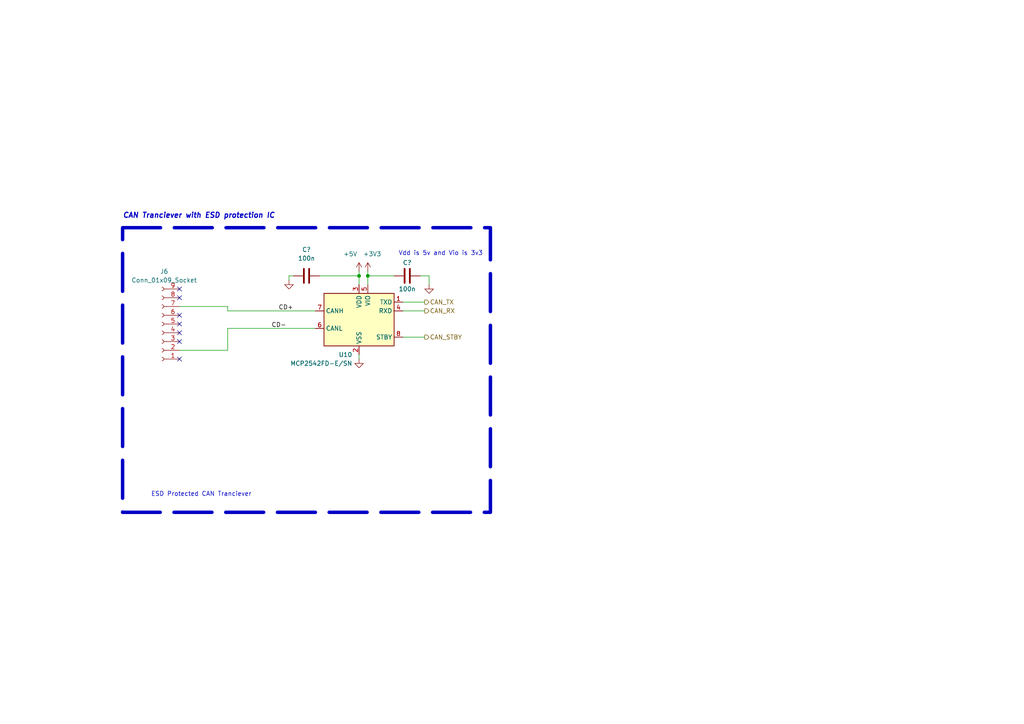
<source format=kicad_sch>
(kicad_sch (version 20230121) (generator eeschema)
  (paper "A4")
  (lib_symbols
    (symbol "Connector:Conn_01x09_Socket" (pin_names (offset 1.016) hide)
      (property "Reference" "J" (at 0 12.7 0))
      (property "Value" "Conn_01x09_Socket" (at 0 -12.7 0))
      (symbol "Conn_01x09_Socket_1_1"
        (arc (start 0 -9.652) (mid -0.5058 -10.16) (end 0 -10.668) (stroke (width 0.1524)))
        (arc (start 0 -7.112) (mid -0.5058 -7.62) (end 0 -8.128) (stroke (width 0.1524)))
        (arc (start 0 -4.572) (mid -0.5058 -5.08) (end 0 -5.588) (stroke (width 0.1524)))
        (arc (start 0 -2.032) (mid -0.5058 -2.54) (end 0 -3.048) (stroke (width 0.1524)))
        (polyline (pts (xy -1.27 -10.16) (xy -0.508 -10.16)) (stroke (width 0.1524)))
        (polyline (pts (xy -1.27 -7.62) (xy -0.508 -7.62)) (stroke (width 0.1524)))
        (polyline (pts (xy -1.27 -5.08) (xy -0.508 -5.08)) (stroke (width 0.1524)))
        (polyline (pts (xy -1.27 -2.54) (xy -0.508 -2.54)) (stroke (width 0.1524)))
        (polyline (pts (xy -1.27 0) (xy -0.508 0)) (stroke (width 0.1524)))
        (polyline (pts (xy -1.27 2.54) (xy -0.508 2.54)) (stroke (width 0.1524)))
        (polyline (pts (xy -1.27 5.08) (xy -0.508 5.08)) (stroke (width 0.1524)))
        (polyline (pts (xy -1.27 7.62) (xy -0.508 7.62)) (stroke (width 0.1524)))
        (polyline (pts (xy -1.27 10.16) (xy -0.508 10.16)) (stroke (width 0.1524)))
        (arc (start 0 0.508) (mid -0.5058 0) (end 0 -0.508) (stroke (width 0.1524)))
        (arc (start 0 3.048) (mid -0.5058 2.54) (end 0 2.032) (stroke (width 0.1524)))
        (arc (start 0 5.588) (mid -0.5058 5.08) (end 0 4.572) (stroke (width 0.1524)))
        (arc (start 0 8.128) (mid -0.5058 7.62) (end 0 7.112) (stroke (width 0.1524)))
        (arc (start 0 10.668) (mid -0.5058 10.16) (end 0 9.652) (stroke (width 0.1524)))
        (pin passive line (at -5.08 10.16 0) (length 3.81) (name "Pin_1") (number "1"))
        (pin passive line (at -5.08 7.62 0) (length 3.81) (name "Pin_2") (number "2"))
        (pin passive line (at -5.08 5.08 0) (length 3.81) (name "Pin_3") (number "3"))
        (pin passive line (at -5.08 2.54 0) (length 3.81) (name "Pin_4") (number "4"))
        (pin passive line (at -5.08 0 0) (length 3.81) (name "Pin_5") (number "5"))
        (pin passive line (at -5.08 -2.54 0) (length 3.81) (name "Pin_6") (number "6"))
        (pin passive line (at -5.08 -5.08 0) (length 3.81) (name "Pin_7") (number "7"))
        (pin passive line (at -5.08 -7.62 0) (length 3.81) (name "Pin_8") (number "8"))
        (pin passive line (at -5.08 -10.16 0) (length 3.81) (name "Pin_9") (number "9"))
      )
    )
    (symbol "Device:C" (pin_numbers hide) (pin_names (offset 0.254))
      (property "Reference" "C" (at 0.635 2.54 0))
      (property "Value" "C" (at 0.635 -2.54 0))
      (symbol "C_0_1"
        (polyline (pts (xy -2.032 -0.762) (xy 2.032 -0.762)) (stroke (width 0.508)))
        (polyline (pts (xy -2.032 0.762) (xy 2.032 0.762)) (stroke (width 0.508)))
      )
      (symbol "C_1_1"
        (pin passive line (at 0 3.81 270) (length 2.794) (name "~") (number "1"))
        (pin passive line (at 0 -3.81 90) (length 2.794) (name "~") (number "2"))
      )
    )
    (symbol "Interface_CAN_LIN:MCP2542FDxMF"
      (property "Reference" "U" (at -10.16 8.89 0))
      (property "Value" "MCP2542FDxMF" (at 2.54 8.89 0))
      (symbol "MCP2542FDxMF_0_1"
        (rectangle (start -10.16 7.62) (end 10.16 -7.62) (stroke (width 0.254)) (fill (type background)))
      )
      (symbol "MCP2542FDxMF_1_1"
        (pin input line (at -12.7 5.08 0) (length 2.54) (name "TXD") (number "1"))
        (pin power_in line (at 0 -10.16 90) (length 2.54) (name "VSS") (number "2"))
        (pin power_in line (at 0 10.16 270) (length 2.54) (name "VDD") (number "3"))
        (pin output line (at -12.7 2.54 0) (length 2.54) (name "RXD") (number "4"))
        (pin power_in line (at -2.54 10.16 270) (length 2.54) (name "VIO") (number "5"))
        (pin bidirectional line (at 12.7 -2.54 180) (length 2.54) (name "CANL") (number "6"))
        (pin bidirectional line (at 12.7 2.54 180) (length 2.54) (name "CANH") (number "7"))
        (pin input line (at -12.7 -5.08 0) (length 2.54) (name "STBY") (number "8"))
        (pin passive line (at 0 -10.16 90) (length 2.54) hide (name "VSS") (number "9"))
      )
    )
    (symbol "power:+3V3" (power) (pin_names (offset 0))
      (property "Value" "+3V3" (at 0 3.556 0))
      (symbol "+3V3_0_1"
        (polyline (pts (xy -0.762 1.27) (xy 0 2.54)))
        (polyline (pts (xy 0 0) (xy 0 2.54)))
        (polyline (pts (xy 0 2.54) (xy 0.762 1.27)))
      )
      (symbol "+3V3_1_1"
        (pin power_in line (at 0 0 90) (length 0) hide (name "+3V3") (number "1"))
      )
    )
    (symbol "power:+5V" (power) (pin_names (offset 0))
      (property "Value" "+5V" (at 0 3.556 0))
      (symbol "+5V_0_1"
        (polyline (pts (xy -0.762 1.27) (xy 0 2.54)))
        (polyline (pts (xy 0 0) (xy 0 2.54)))
        (polyline (pts (xy 0 2.54) (xy 0.762 1.27)))
      )
      (symbol "+5V_1_1"
        (pin power_in line (at 0 0 90) (length 0) hide (name "+5V") (number "1"))
      )
    )
    (symbol "power:GND" (power) (pin_names (offset 0))
      (property "Value" "GND" (at 0 -3.81 0))
      (symbol "GND_0_1"
        (polyline (pts (xy 0 0) (xy 0 -1.27) (xy 1.27 -1.27) (xy 0 -2.54) (xy -1.27 -1.27) (xy 0 -1.27)))
      )
      (symbol "GND_1_1"
        (pin power_in line (at 0 0 270) (length 0) hide (name "GND") (number "1"))
      )
    )
  )
  (junction (at 104.14 80.01))
  (junction (at 106.68 80.01))
  (no_connect (at 52.07 96.52))
  (no_connect (at 52.07 83.82))
  (no_connect (at 52.07 93.98))
  (no_connect (at 52.07 104.14))
  (no_connect (at 52.07 86.36))
  (no_connect (at 52.07 99.06))
  (no_connect (at 52.07 91.44))
  (wire (pts (xy 52.07 88.9) (xy 66.04 88.9)))
  (wire (pts (xy 66.04 95.25) (xy 66.04 101.6)))
  (wire (pts (xy 116.84 87.63) (xy 123.19 87.63)))
  (wire (pts (xy 116.84 97.79) (xy 123.19 97.79)))
  (wire (pts (xy 124.46 80.01) (xy 121.92 80.01)))
  (wire (pts (xy 66.04 101.6) (xy 52.07 101.6)))
  (wire (pts (xy 124.46 82.55) (xy 124.46 80.01)))
  (wire (pts (xy 66.04 88.9) (xy 66.04 90.17)))
  (wire (pts (xy 83.82 80.01) (xy 83.82 81.28)))
  (wire (pts (xy 106.68 78.74) (xy 106.68 80.01)))
  (wire (pts (xy 85.09 80.01) (xy 83.82 80.01)))
  (wire (pts (xy 104.14 102.87) (xy 104.14 104.14)))
  (wire (pts (xy 66.04 95.25) (xy 91.44 95.25)))
  (wire (pts (xy 92.71 80.01) (xy 104.14 80.01)))
  (wire (pts (xy 116.84 90.17) (xy 123.19 90.17)))
  (wire (pts (xy 104.14 80.01) (xy 104.14 82.55)))
  (wire (pts (xy 106.68 80.01) (xy 106.68 82.55)))
  (wire (pts (xy 66.04 90.17) (xy 91.44 90.17)))
  (wire (pts (xy 106.68 80.01) (xy 114.3 80.01)))
  (wire (pts (xy 104.14 78.74) (xy 104.14 80.01)))
  (rectangle (start 35.56 66.04) (end 142.24 148.59) (stroke (width 1) (type dash)))
  (text "ESD Protected CAN Tranciever\n" (at 43.815 144.145 0) (effects (font (size 1.27 1.27)) (justify left bottom)))
  (text "Vdd is 5v and Vio is 3v3\n" (at 115.57 74.295 0) (effects (font (size 1.27 1.27)) (justify left bottom)))
  (text "CAN Tranciever with ESD protection IC" (at 35.56 63.5 0) (effects (font (size 1.5 1.5) (thickness 0.3) bold italic) (justify left bottom)))
  (label "CD+" (at 85.09 90.17 180))
  (label "CD-" (at 78.74 95.25 0))
  (hierarchical_label "CAN_RX" (shape output) (at 123.19 90.17 0))
  (hierarchical_label "CAN_TX" (shape output) (at 123.19 87.63 0))
  (hierarchical_label "CAN_STBY" (shape output) (at 123.19 97.79 0))
  (symbol (lib_id "Device:C") (at 118.11 80.01 270) (unit 1)
    (property "Reference" "C?" (at 118.11 76.2 90))
    (property "Value" "100n" (at 118.11 83.82 90))
    (property "Footprint" "Capacitor_SMD:C_0603_1608Metric" (effects hide))
    (property "LCSC #" "C1591" (effects hide))
    (property "JLCPCB Part#(optional)" "C1591" (effects hide))
    (property "DK #" "490-14603-1-ND" (effects hide))
    (instances (project "CAN-USB RF Module" (path "" (reference "C?") (unit 1)) (path "" (reference "C46") (unit 1))))
  )
  (symbol (lib_id "power:GND") (at 83.82 81.28 0) (unit 1)
    (property "Reference" "#PWR?" (effects hide))
    (property "Value" "GND" (effects hide))
    (instances (project "CAN-USB RF Module" (path "" (reference "#PWR?") (unit 1)) (path "" (reference "#PWR080") (unit 1))))
  )
  (symbol (lib_id "power:GND") (at 104.14 104.14 0) (unit 1)
    (property "Reference" "#PWR?" (effects hide))
    (property "Value" "GND" (effects hide))
    (instances (project "CAN-USB RF Module" (path "" (reference "#PWR?") (unit 1)) (path "" (reference "#PWR082") (unit 1))))
  )
  (symbol (lib_id "Device:C") (at 88.9 80.01 90) (unit 1)
    (property "Reference" "C?" (at 88.9 72.39 90))
    (property "Value" "100n" (at 88.9 74.93 90))
    (property "Footprint" "Capacitor_SMD:C_0603_1608Metric" (effects hide))
    (property "LCSC #" "C1591" (effects hide))
    (property "JLCPCB Part#(optional)" "C1591" (effects hide))
    (property "DK #" "490-14603-1-ND" (effects hide))
    (instances (project "CAN-USB RF Module" (path "" (reference "C?") (unit 1)) (path "" (reference "C45") (unit 1))))
  )
  (symbol (lib_id "power:GND") (at 124.46 82.55 0) (unit 1)
    (property "Reference" "#PWR?" (effects hide))
    (property "Value" "GND" (effects hide))
    (instances (project "CAN-USB RF Module" (path "" (reference "#PWR?") (unit 1)) (path "" (reference "#PWR084") (unit 1))))
  )
  (symbol (lib_id "power:+3V3") (at 106.68 78.74 0) (unit 1)
    (property "Reference" "#PWR083" (effects hide))
    (property "Value" "+3V3" (at 107.95 73.66 0))
  )
  (symbol (lib_id "Interface_CAN_LIN:MCP2542FDxMF") (at 104.14 92.71 0) (mirror y) (unit 1)
    (property "Reference" "U10" (at 102.1841 102.87 0) (effects (justify left)))
    (property "Value" "MCP2542FD-E/SN" (at 102.1841 105.41 0) (effects (justify left)))
    (property "Footprint" "Package_SO:SOIC-8-1EP_3.9x4.9mm_P1.27mm_EP2.29x3mm" (effects hide))
    (property "Datasheet" "http://ww1.microchip.com/downloads/en/DeviceDoc/MCP2542FD-4FD-MCP2542WFD-4WFD-Data-Sheet20005514B.pdf" (effects hide))
    (property "LCSC #" "C220598" (effects hide))
    (property "JLCPCB Part#(optional)" "C220598" (effects hide))
    (property "DK #" "MCP2542FD-E/SN-ND" (effects hide))
  )
  (symbol (lib_id "Connector:Conn_01x09_Socket") (at 46.99 93.98 180) (unit 1)
    (property "Reference" "J6" (at 47.625 78.74 0))
    (property "Value" "Conn_01x09_Socket" (at 47.625 81.28 0))
    (property "Footprint" "Connector_Dsub:DSUB-9_Female_Horizontal_P2.77x2.84mm_EdgePinOffset7.70mm_Housed_MountingHolesOffset9.12mm" (effects hide))
    (property "LCSC #" "C305941" (effects hide))
    (property "JLCPCB Part#(optional)" "C305941" (effects hide))
  )
  (symbol (lib_id "power:+5V") (at 104.14 78.74 0) (unit 1)
    (property "Reference" "#PWR081" (effects hide))
    (property "Value" "+5V" (at 101.6 73.66 0))
  )
)
</source>
